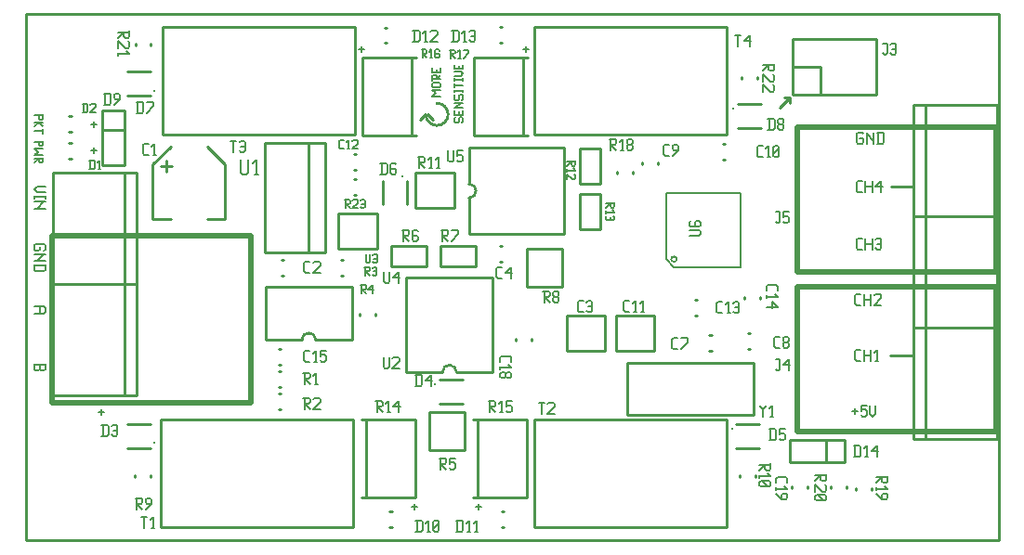
<source format=gbr>
G04 start of page 8 for group -4079 idx -4079 *
G04 Title: (unknown), topsilk *
G04 Creator: pcb 20140316 *
G04 CreationDate: Mon 18 May 2015 09:38:21 PM GMT UTC *
G04 For: ndholmes *
G04 Format: Gerber/RS-274X *
G04 PCB-Dimensions (mil): 3500.00 1900.00 *
G04 PCB-Coordinate-Origin: lower left *
%MOIN*%
%FSLAX25Y25*%
%LNTOPSILK*%
%ADD103C,0.0080*%
%ADD102C,0.0200*%
%ADD101C,0.0060*%
%ADD100C,0.0100*%
G54D100*X500Y189500D02*X349500D01*
X500Y500D02*X349500D01*
X500D02*Y189500D01*
X144000Y153500D02*X142000Y151500D01*
X144500Y153500D02*X146500Y151500D01*
X274500Y159500D02*X271000Y156000D01*
X274500Y159500D02*Y157500D01*
X272500Y159500D02*X274000D01*
X349500Y189500D02*Y500D01*
X311000Y127500D02*X319000D01*
X310500Y67000D02*X318500D01*
X144000Y153500D02*G75*G03X148000Y149500I4000J0D01*G01*
G75*G03X152000Y153500I0J4000D01*G01*
G75*G03X148000Y157500I-4000J0D01*G01*
G54D101*X139000Y12500D02*X141000D01*
X140000Y13500D02*Y11500D01*
X162000Y12500D02*X164000D01*
X163000Y13500D02*Y11500D01*
X299000Y125500D02*X300500D01*
X298500Y126000D02*X299000Y125500D01*
X298500Y129000D02*Y126000D01*
Y129000D02*X299000Y129500D01*
X300500D01*
X301700D02*Y125500D01*
X304200Y129500D02*Y125500D01*
X301700Y127500D02*X304200D01*
X305400D02*X307400Y129500D01*
X305400Y127500D02*X307900D01*
X307400Y129500D02*Y125500D01*
X299000Y105000D02*X300500D01*
X298500Y105500D02*X299000Y105000D01*
X298500Y108500D02*Y105500D01*
Y108500D02*X299000Y109000D01*
X300500D01*
X301700D02*Y105000D01*
X304200Y109000D02*Y105000D01*
X301700Y107000D02*X304200D01*
X305400Y108500D02*X305900Y109000D01*
X306900D01*
X307400Y108500D01*
Y105500D01*
X306900Y105000D02*X307400Y105500D01*
X305900Y105000D02*X306900D01*
X305400Y105500D02*X305900Y105000D01*
Y107000D02*X307400D01*
X298500Y85000D02*X300000D01*
X298000Y85500D02*X298500Y85000D01*
X298000Y88500D02*Y85500D01*
Y88500D02*X298500Y89000D01*
X300000D01*
X301200D02*Y85000D01*
X303700Y89000D02*Y85000D01*
X301200Y87000D02*X303700D01*
X304900Y88500D02*X305400Y89000D01*
X306900D01*
X307400Y88500D01*
Y87500D01*
X304900Y85000D02*X307400Y87500D01*
X304900Y85000D02*X307400D01*
X298500Y65000D02*X300000D01*
X298000Y65500D02*X298500Y65000D01*
X298000Y68500D02*Y65500D01*
Y68500D02*X298500Y69000D01*
X300000D01*
X301200D02*Y65000D01*
X303700Y69000D02*Y65000D01*
X301200Y67000D02*X303700D01*
X305400Y65000D02*X306400D01*
X305900Y69000D02*Y65000D01*
X304900Y68000D02*X305900Y69000D01*
X297000Y47000D02*X299000D01*
X298000Y48000D02*Y46000D01*
X300200Y49000D02*X302200D01*
X300200D02*Y47000D01*
X300700Y47500D01*
X301700D01*
X302200Y47000D01*
Y45500D01*
X301700Y45000D02*X302200Y45500D01*
X300700Y45000D02*X301700D01*
X300200Y45500D02*X300700Y45000D01*
X303400Y49000D02*Y46000D01*
X304400Y45000D01*
X305400Y46000D01*
Y49000D02*Y46000D01*
X300500Y147000D02*X301000Y146500D01*
X299000Y147000D02*X300500D01*
X298500Y146500D02*X299000Y147000D01*
X298500Y146500D02*Y143500D01*
X299000Y143000D01*
X300500D01*
X301000Y143500D01*
Y144500D02*Y143500D01*
X300500Y145000D02*X301000Y144500D01*
X299500Y145000D02*X300500D01*
X302200Y147000D02*Y143000D01*
Y147000D02*Y146500D01*
X304700Y144000D01*
Y147000D02*Y143000D01*
X306400Y147000D02*Y143000D01*
X307900Y147000D02*X308400Y146500D01*
Y143500D01*
X307900Y143000D02*X308400Y143500D01*
X305900Y143000D02*X307900D01*
X305900Y147000D02*X307900D01*
X4500Y127500D02*X7500D01*
X4500D02*X3500Y126500D01*
X4500Y125500D01*
X7500D01*
Y124300D02*Y123300D01*
X3500Y123800D02*X7500D01*
X3500Y124300D02*Y123300D01*
Y122100D02*X7500D01*
X7000D02*X7500D01*
X7000D02*X4500Y119600D01*
X3500D02*X7500D01*
X3700Y143620D02*X6740D01*
Y144000D02*Y142480D01*
X6360Y142100D01*
X5600D02*X6360D01*
X5220Y142480D02*X5600Y142100D01*
X5220Y143620D02*Y142480D01*
X3700Y141188D02*X6740D01*
X3700D02*X4840Y140048D01*
X3700Y138908D01*
X6740D01*
Y137996D02*Y136476D01*
X6360Y136096D01*
X5600D02*X6360D01*
X5220Y136476D02*X5600Y136096D01*
X5220Y137616D02*Y136476D01*
X3700Y137616D02*X6740D01*
X5220D02*X3700Y136096D01*
X3650Y153115D02*X6730D01*
Y153500D02*Y151960D01*
X6345Y151575D01*
X5575D02*X6345D01*
X5190Y151960D02*X5575Y151575D01*
X5190Y153115D02*Y151960D01*
X3650Y150651D02*X6730D01*
X5190D02*X6730Y149111D01*
X5190Y150651D02*X3650Y149111D01*
X6730Y148187D02*Y146647D01*
X3650Y147417D02*X6730D01*
X3500Y64000D02*Y62000D01*
X4000Y61500D01*
X5000D01*
X5500Y62000D02*X5000Y61500D01*
X5500Y63500D02*Y62000D01*
X3500Y63500D02*X7500D01*
Y64000D02*Y62000D01*
X7000Y61500D01*
X6000D02*X7000D01*
X5500Y62000D02*X6000Y61500D01*
X7500Y105000D02*X7000Y104500D01*
X7500Y106500D02*Y105000D01*
X7000Y107000D02*X7500Y106500D01*
X4000Y107000D02*X7000D01*
X4000D02*X3500Y106500D01*
Y105000D01*
X4000Y104500D01*
X5000D01*
X5500Y105000D02*X5000Y104500D01*
X5500Y106000D02*Y105000D01*
X3500Y103300D02*X7500D01*
X7000D02*X7500D01*
X7000D02*X4500Y100800D01*
X3500D02*X7500D01*
X3500Y99100D02*X7500D01*
Y97600D02*X7000Y97100D01*
X4000D02*X7000D01*
X3500Y97600D02*X4000Y97100D01*
X3500Y99600D02*Y97600D01*
X7500Y99600D02*Y97600D01*
X3500Y84500D02*X7000D01*
X7500Y84000D01*
Y82500D01*
X7000Y82000D01*
X3500D02*X7000D01*
X5500Y84500D02*Y82000D01*
X26500Y46500D02*X28500D01*
X27500Y47500D02*Y45500D01*
X24000Y140500D02*X26000D01*
X25000Y141500D02*Y139500D01*
X24000Y150000D02*X26000D01*
X25000Y151000D02*Y149000D01*
X120000Y177000D02*X122000D01*
X121000Y178000D02*Y176000D01*
X179000Y177000D02*X181000D01*
X180000Y178000D02*Y176000D01*
X146270Y160000D02*X149350D01*
X146270D02*X147425Y161155D01*
X146270Y162310D01*
X149350D01*
X146655Y163234D02*X148965D01*
X146655D02*X146270Y163619D01*
Y164389D02*Y163619D01*
Y164389D02*X146655Y164774D01*
X148965D01*
X149350Y164389D02*X148965Y164774D01*
X149350Y164389D02*Y163619D01*
X148965Y163234D02*X149350Y163619D01*
X146270Y167238D02*Y165698D01*
Y167238D02*X146655Y167623D01*
X147425D01*
X147810Y167238D02*X147425Y167623D01*
X147810Y167238D02*Y166083D01*
X146270D02*X149350D01*
X147810D02*X149350Y167623D01*
X147810Y169702D02*Y168547D01*
X149350Y170087D02*Y168547D01*
X146270D02*X149350D01*
X146270Y170087D02*Y168547D01*
X154270Y152040D02*X154655Y152425D01*
X154270Y152040D02*Y150885D01*
X154655Y150500D02*X154270Y150885D01*
X154655Y150500D02*X155425D01*
X155810Y150885D01*
Y152040D02*Y150885D01*
Y152040D02*X156195Y152425D01*
X156965D01*
X157350Y152040D02*X156965Y152425D01*
X157350Y152040D02*Y150885D01*
X156965Y150500D02*X157350Y150885D01*
X155810Y154504D02*Y153349D01*
X157350Y154889D02*Y153349D01*
X154270D02*X157350D01*
X154270Y154889D02*Y153349D01*
Y155813D02*X157350D01*
X154270D02*X154655D01*
X156580Y157738D01*
X154270D02*X157350D01*
X154270Y160202D02*X154655Y160587D01*
X154270Y160202D02*Y159047D01*
X154655Y158662D02*X154270Y159047D01*
X154655Y158662D02*X155425D01*
X155810Y159047D01*
Y160202D02*Y159047D01*
Y160202D02*X156195Y160587D01*
X156965D01*
X157350Y160202D02*X156965Y160587D01*
X157350Y160202D02*Y159047D01*
X156965Y158662D02*X157350Y159047D01*
X154270Y162281D02*Y161511D01*
Y161896D02*X157350D01*
Y162281D02*Y161511D01*
X154270Y164745D02*Y163205D01*
Y163975D02*X157350D01*
X154270Y166439D02*Y165669D01*
Y166054D02*X157350D01*
Y166439D02*Y165669D01*
X154270Y167363D02*X156580D01*
X157350Y168133D01*
X156580Y168903D01*
X154270D02*X156580D01*
X155810Y170982D02*Y169827D01*
X157350Y171367D02*Y169827D01*
X154270D02*X157350D01*
X154270Y171367D02*Y169827D01*
G54D102*X348500Y39500D02*X348520Y91500D01*
X277200D02*Y39500D01*
X348500D01*
X277200Y91500D02*X348500D01*
G54D100*X255273Y42400D02*X263673D01*
X255273Y33600D02*X263673D01*
X253873Y40560D03*
X259607Y74755D02*X260393D01*
X259607Y69245D02*X260393D01*
X348800Y77000D02*Y37000D01*
X318800Y77000D02*Y37000D01*
X323200Y77000D02*Y37000D01*
X318800D02*X348800D01*
X318800Y77000D02*X348800D01*
G54D102*X348500Y97000D02*X348520Y149000D01*
X277200D02*Y97000D01*
X348500D01*
X277200Y149000D02*X348500D01*
G54D100*X263755Y87893D02*Y87107D01*
X258245Y87893D02*Y87107D01*
X348800Y157000D02*Y117000D01*
X318800Y157000D02*Y117000D01*
X323200Y157000D02*Y117000D01*
X318800D02*X348800D01*
X318800Y157000D02*X348800D01*
X256745Y23893D02*Y23107D01*
X262255Y23893D02*Y23107D01*
X298245Y19393D02*Y18607D01*
X303755Y19393D02*Y18607D01*
X289245Y19893D02*Y19107D01*
X294755Y19893D02*Y19107D01*
X280755Y19893D02*Y19107D01*
X275245Y19893D02*Y19107D01*
X255800Y157400D02*X264200D01*
X255800Y148600D02*X264200D01*
X254400Y155560D03*
X274600Y36500D02*X294300D01*
X274600Y28500D02*X294300D01*
Y36500D02*Y28500D01*
X274600Y36500D02*Y28500D01*
X287500Y36500D02*Y28500D01*
X348800Y117000D02*Y77000D01*
X318800Y117000D02*Y77000D01*
X323200Y117000D02*Y77000D01*
X318800D02*X348800D01*
X318800Y117000D02*X348800D01*
X10200Y52500D02*X40200D01*
X10200Y92500D02*X40200D01*
X35800D02*Y52500D01*
X40200Y92500D02*Y52500D01*
X10200Y92500D02*Y52500D01*
X36800Y160100D02*X45200D01*
X36800Y168900D02*X45200D01*
X46600Y161940D03*
X16064Y152755D02*X16850D01*
X16064Y147245D02*X16850D01*
X45298Y178893D02*Y178107D01*
X39788Y178893D02*Y178107D01*
X121400Y146050D02*X140600D01*
X121400Y173950D02*X140600D01*
X121400D02*Y146050D01*
X139000Y173950D02*Y146050D01*
X118500Y184750D02*Y146250D01*
X49500Y184750D02*Y146250D01*
X118500D01*
X49500Y184750D02*X118500D01*
X10200Y92500D02*X40200D01*
X10200Y132500D02*X40200D01*
X35800D02*Y92500D01*
X40200Y132500D02*Y92500D01*
X10200Y132500D02*Y92500D01*
X28000Y154800D02*Y135100D01*
X36000Y154800D02*Y135100D01*
X28000Y154800D02*X36000D01*
X28000Y135100D02*X36000D01*
X28000Y148000D02*X36000D01*
X16064Y143255D02*X16850D01*
X16064Y137745D02*X16850D01*
X91150Y53255D02*X91936D01*
X91150Y47745D02*X91936D01*
X91107Y61255D02*X91893D01*
X91107Y55745D02*X91893D01*
X117500Y91500D02*Y72500D01*
X86500Y91500D02*X117500D01*
X86500D02*Y72500D01*
X104500D02*X117500D01*
X86500D02*X99500D01*
X104500D02*G75*G03X99500Y72500I-2500J0D01*G01*
X118107Y133745D02*X118893D01*
X118107Y139255D02*X118893D01*
X137400Y129700D02*Y121300D01*
X128600Y129700D02*Y121300D01*
X135560Y131100D03*
X118107Y130255D02*X118893D01*
X118107Y124745D02*X118893D01*
X112600Y118000D02*X126500D01*
X112600D02*Y105200D01*
X126500D01*
Y118000D02*Y105200D01*
X120245Y81893D02*Y81107D01*
X125755Y81893D02*Y81107D01*
X181755Y72936D02*Y72150D01*
X176245Y72936D02*Y72150D01*
X131064Y10755D02*X131850D01*
X131064Y5245D02*X131850D01*
X171150D02*X171936D01*
X171150Y10755D02*X171936D01*
X120900Y43950D02*X140100D01*
X120900Y16050D02*X140100D01*
Y43950D02*Y16050D01*
X122500Y43950D02*Y16050D01*
X113564Y95745D02*X114350D01*
X113564Y101255D02*X114350D01*
X92107Y95745D02*X92893D01*
X92107Y101255D02*X92893D01*
X91150Y63745D02*X91936D01*
X91150Y69255D02*X91936D01*
G54D102*X10000Y50000D02*X81300D01*
X10000Y110000D02*X81300D01*
Y50000D01*
X10000Y110000D02*X9980Y50000D01*
G54D100*X118000Y43750D02*Y5250D01*
X49000Y43750D02*Y5250D01*
X118000D01*
X49000Y43750D02*X118000D01*
X36800Y33600D02*X45200D01*
X36800Y42400D02*X45200D01*
X46600Y35440D03*
X39745Y23893D02*Y23107D01*
X45255Y23893D02*Y23107D01*
X275500Y160500D02*X305500D01*
Y180500D02*Y160500D01*
X275500Y180500D02*X305500D01*
X275500D02*Y160500D01*
X285500Y170500D02*Y160500D01*
X275500Y170500D02*X285500D01*
X129107Y179202D02*X129893D01*
X129107Y184712D02*X129893D01*
X262755Y166936D02*Y166150D01*
X257245Y166936D02*Y166150D01*
X160900Y43950D02*X180100D01*
X160900Y16050D02*X180100D01*
Y43950D02*Y16050D01*
X162500Y43950D02*Y16050D01*
X168000Y95000D02*Y61000D01*
X137000Y95000D02*X168000D01*
X137000D02*Y61000D01*
X155000D02*X168000D01*
X137000D02*X150000D01*
X155000D02*G75*G03X150000Y61000I-2500J0D01*G01*
X145397Y46740D02*X157995D01*
Y32960D01*
X145397D02*X157995D01*
X145397Y46740D02*Y32960D01*
X148800Y58400D02*X157200D01*
X148800Y49600D02*X157200D01*
X147400Y56560D03*
X170607Y184755D02*X171393D01*
X170607Y179245D02*X171393D01*
X183000Y184750D02*Y146250D01*
X252000Y184750D02*Y146250D01*
X183000Y184750D02*X252000D01*
X183000Y146250D02*X252000D01*
X206741Y124799D02*Y112201D01*
X199259D02*X206741D01*
X199259Y124799D02*Y112201D01*
Y124799D02*X206741D01*
Y141299D02*Y128701D01*
X199259D02*X206741D01*
X199259Y141299D02*Y128701D01*
Y141299D02*X206741D01*
G54D103*X230121Y125379D02*Y101521D01*
Y125379D02*X256879D01*
Y98621D01*
X233021D02*X256879D01*
X233021D02*X230121Y101521D01*
X233021Y100521D02*G75*G03X233021Y100521I0J1000D01*G01*
G54D100*X250607Y142755D02*X251393D01*
X250607Y137245D02*X251393D01*
X221745Y136393D02*Y135607D01*
X227255Y136393D02*Y135607D01*
X240607Y86755D02*X241393D01*
X240607Y81245D02*X241393D01*
X183000Y43750D02*Y5250D01*
X252000Y43750D02*Y5250D01*
X183000Y43750D02*X252000D01*
X183000Y5250D02*X252000D01*
X245650Y68745D02*X246436D01*
X245650Y74255D02*X246436D01*
X212110Y81299D02*Y68701D01*
Y81299D02*X225890D01*
Y68701D01*
X212110D02*X225890D01*
X216362Y64350D02*X261638D01*
Y45650D01*
X216362D01*
Y64350D01*
X161400Y146050D02*X180600D01*
X161400Y173950D02*X180600D01*
X161400D02*Y146050D01*
X179000Y173950D02*Y146050D01*
X86157Y143185D02*Y103815D01*
X107811Y143185D02*Y103815D01*
X101905Y143185D02*Y103815D01*
X86157D02*X107811D01*
X86157Y143185D02*X107811D01*
X46008Y116008D02*X52504D01*
X65496D02*X71992D01*
Y135496D02*Y116008D01*
X46008Y135496D02*Y116008D01*
X71992Y135496D02*X65496Y141992D01*
X46008Y135496D02*X52504Y141992D01*
X49000Y135000D02*X53000D01*
X51000Y137000D02*Y133000D01*
X194610Y81299D02*Y68701D01*
Y81299D02*X208390D01*
Y68701D01*
X194610D02*X208390D01*
X159500Y110500D02*X193500D01*
Y141500D02*Y110500D01*
X159500Y141500D02*X193500D01*
X159500Y123500D02*Y110500D01*
Y141500D02*Y128500D01*
Y123500D02*G75*G03X159500Y128500I0J2500D01*G01*
X218255Y132893D02*Y132107D01*
X212745Y132893D02*Y132107D01*
X140386Y132451D02*Y119853D01*
Y132451D02*X154166D01*
Y119853D01*
X140386D02*X154166D01*
X180201Y105390D02*X192799D01*
Y91610D01*
X180201D02*X192799D01*
X180201Y105390D02*Y91610D01*
X131701Y106241D02*X144299D01*
Y98759D01*
X131701D02*X144299D01*
X131701Y106241D02*Y98759D01*
X149201Y106241D02*X161799D01*
Y98759D01*
X149201D01*
Y106241D01*
X170607Y100745D02*X171393D01*
X170607Y106255D02*X171393D01*
G54D101*X308000Y179000D02*X309500D01*
Y175500D01*
X309000Y175000D02*X309500Y175500D01*
X308500Y175000D02*X309000D01*
X308000Y175500D02*X308500Y175000D01*
X310700Y178500D02*X311200Y179000D01*
X312200D01*
X312700Y178500D01*
Y175500D01*
X312200Y175000D02*X312700Y175500D01*
X311200Y175000D02*X312200D01*
X310700Y175500D02*X311200Y175000D01*
Y177000D02*X312700D01*
X139807Y183693D02*Y179693D01*
X141307Y183693D02*X141807Y183193D01*
Y180193D01*
X141307Y179693D02*X141807Y180193D01*
X139307Y179693D02*X141307D01*
X139307Y183693D02*X141307D01*
X143507Y179693D02*X144507D01*
X144007Y183693D02*Y179693D01*
X143007Y182693D02*X144007Y183693D01*
X145707Y183193D02*X146207Y183693D01*
X147707D01*
X148207Y183193D01*
Y182193D01*
X145707Y179693D02*X148207Y182193D01*
X145707Y179693D02*X148207D01*
X153764Y183650D02*Y179650D01*
X155264Y183650D02*X155764Y183150D01*
Y180150D01*
X155264Y179650D02*X155764Y180150D01*
X153264Y179650D02*X155264D01*
X153264Y183650D02*X155264D01*
X157464Y179650D02*X158464D01*
X157964Y183650D02*Y179650D01*
X156964Y182650D02*X157964Y183650D01*
X159664Y183150D02*X160164Y183650D01*
X161164D01*
X161664Y183150D01*
Y180150D01*
X161164Y179650D02*X161664Y180150D01*
X160164Y179650D02*X161164D01*
X159664Y180150D02*X160164Y179650D01*
Y181650D02*X161664D01*
X255000Y182000D02*X257000D01*
X256000D02*Y178000D01*
X258200Y180000D02*X260200Y182000D01*
X258200Y180000D02*X260700D01*
X260200Y182000D02*Y178000D01*
X142500Y176750D02*X144000D01*
X144375Y176375D01*
Y175625D01*
X144000Y175250D02*X144375Y175625D01*
X142875Y175250D02*X144000D01*
X142875Y176750D02*Y173750D01*
Y175250D02*X144375Y173750D01*
X145650D02*X146400D01*
X146025Y176750D02*Y173750D01*
X145275Y176000D02*X146025Y176750D01*
X148425D02*X148800Y176375D01*
X147675Y176750D02*X148425D01*
X147300Y176375D02*X147675Y176750D01*
X147300Y176375D02*Y174125D01*
X147675Y173750D01*
X148425Y175250D02*X148800Y174875D01*
X147300Y175250D02*X148425D01*
X147675Y173750D02*X148425D01*
X148800Y174125D01*
Y174875D02*Y174125D01*
X152500Y176730D02*X154040D01*
X154425Y176345D01*
Y175575D01*
X154040Y175190D02*X154425Y175575D01*
X152885Y175190D02*X154040D01*
X152885Y176730D02*Y173650D01*
Y175190D02*X154425Y173650D01*
X155734D02*X156504D01*
X156119Y176730D02*Y173650D01*
X155349Y175960D02*X156119Y176730D01*
X157428Y173650D02*X159353Y175575D01*
Y176730D02*Y175575D01*
X157428Y176730D02*X159353D01*
X149500Y112000D02*X151500D01*
X152000Y111500D01*
Y110500D01*
X151500Y110000D02*X152000Y110500D01*
X150000Y110000D02*X151500D01*
X150000Y112000D02*Y108000D01*
Y110000D02*X152000Y108000D01*
X153200D02*X155700Y110500D01*
Y112000D02*Y110500D01*
X153200Y112000D02*X155700D01*
X169807Y94650D02*X171307D01*
X169307Y95150D02*X169807Y94650D01*
X169307Y98150D02*Y95150D01*
Y98150D02*X169807Y98650D01*
X171307D01*
X172507Y96650D02*X174507Y98650D01*
X172507Y96650D02*X175007D01*
X174507Y98650D02*Y94650D01*
X211730Y122000D02*Y120460D01*
X211345Y120075D01*
X210575D02*X211345D01*
X210190Y120460D02*X210575Y120075D01*
X210190Y121615D02*Y120460D01*
X208650Y121615D02*X211730D01*
X210190D02*X208650Y120075D01*
Y118766D02*Y117996D01*
Y118381D02*X211730D01*
X210960Y119151D02*X211730Y118381D01*
X211345Y117072D02*X211730Y116687D01*
Y115917D01*
X211345Y115532D01*
X209035D02*X211345D01*
X208650Y115917D02*X209035Y115532D01*
X208650Y116687D02*Y115917D01*
X209035Y117072D02*X208650Y116687D01*
X210190D02*Y115532D01*
X197730Y137000D02*Y135460D01*
X197345Y135075D01*
X196575D02*X197345D01*
X196190Y135460D02*X196575Y135075D01*
X196190Y136615D02*Y135460D01*
X194650Y136615D02*X197730D01*
X196190D02*X194650Y135075D01*
Y133766D02*Y132996D01*
Y133381D02*X197730D01*
X196960Y134151D02*X197730Y133381D01*
X197345Y132072D02*X197730Y131687D01*
Y130532D01*
X197345Y130147D01*
X196575D02*X197345D01*
X194650Y132072D02*X196575Y130147D01*
X194650Y132072D02*Y130147D01*
X199000Y82500D02*X200500D01*
X198500Y83000D02*X199000Y82500D01*
X198500Y86000D02*Y83000D01*
Y86000D02*X199000Y86500D01*
X200500D01*
X201700Y86000D02*X202200Y86500D01*
X203200D01*
X203700Y86000D01*
Y83000D01*
X203200Y82500D02*X203700Y83000D01*
X202200Y82500D02*X203200D01*
X201700Y83000D02*X202200Y82500D01*
Y84500D02*X203700D01*
X238500Y110000D02*X242000D01*
X242500Y110500D01*
Y111500D02*Y110500D01*
Y111500D02*X242000Y112000D01*
X238500D02*X242000D01*
X238500Y114700D02*X239000Y115200D01*
X238500Y114700D02*Y113700D01*
X239000Y113200D02*X238500Y113700D01*
X239000Y113200D02*X242000D01*
X242500Y113700D01*
X240500Y114700D02*X241000Y115200D01*
X240500Y114700D02*Y113200D01*
X242500Y114700D02*Y113700D01*
Y114700D02*X242000Y115200D01*
X241000D02*X242000D01*
X229850Y138650D02*X231350D01*
X229350Y139150D02*X229850Y138650D01*
X229350Y142150D02*Y139150D01*
Y142150D02*X229850Y142650D01*
X231350D01*
X232550Y138650D02*X234550Y140650D01*
Y142150D02*Y140650D01*
X234050Y142650D02*X234550Y142150D01*
X233050Y142650D02*X234050D01*
X232550Y142150D02*X233050Y142650D01*
X232550Y142150D02*Y141150D01*
X233050Y140650D01*
X234550D01*
X29000Y161000D02*Y157000D01*
X30500Y161000D02*X31000Y160500D01*
Y157500D01*
X30500Y157000D02*X31000Y157500D01*
X28500Y157000D02*X30500D01*
X28500Y161000D02*X30500D01*
X32200Y157000D02*X34200Y159000D01*
Y160500D02*Y159000D01*
X33700Y161000D02*X34200Y160500D01*
X32700Y161000D02*X33700D01*
X32200Y160500D02*X32700Y161000D01*
X32200Y160500D02*Y159500D01*
X32700Y159000D01*
X34200D01*
X23687Y136890D02*Y133850D01*
X24827Y136890D02*X25207Y136510D01*
Y134230D01*
X24827Y133850D02*X25207Y134230D01*
X23307Y133850D02*X24827D01*
X23307Y136890D02*X24827D01*
X26499Y133850D02*X27259D01*
X26879Y136890D02*Y133850D01*
X26119Y136130D02*X26879Y136890D01*
X21144Y157390D02*Y154350D01*
X22284Y157390D02*X22664Y157010D01*
Y154730D01*
X22284Y154350D02*X22664Y154730D01*
X20764Y154350D02*X22284D01*
X20764Y157390D02*X22284D01*
X23576Y157010D02*X23956Y157390D01*
X25096D01*
X25476Y157010D01*
Y156250D01*
X23576Y154350D02*X25476Y156250D01*
X23576Y154350D02*X25476D01*
X37650Y183564D02*Y181564D01*
X37150Y181064D01*
X36150D02*X37150D01*
X35650Y181564D02*X36150Y181064D01*
X35650Y183064D02*Y181564D01*
X33650Y183064D02*X37650D01*
X35650D02*X33650Y181064D01*
X37150Y179864D02*X37650Y179364D01*
Y177864D01*
X37150Y177364D01*
X36150D02*X37150D01*
X33650Y179864D02*X36150Y177364D01*
X33650Y179864D02*Y177364D01*
Y175664D02*Y174664D01*
Y175164D02*X37650D01*
X36650Y176164D02*X37650Y175164D01*
X77658Y137355D02*Y132700D01*
X78323Y132035D01*
X79653D01*
X80318Y132700D01*
Y137355D02*Y132700D01*
X82579Y132035D02*X83909D01*
X83244Y137355D02*Y132035D01*
X81914Y136025D02*X83244Y137355D01*
X43000Y139000D02*X44500D01*
X42500Y139500D02*X43000Y139000D01*
X42500Y142500D02*Y139500D01*
Y142500D02*X43000Y143000D01*
X44500D01*
X46200Y139000D02*X47200D01*
X46700Y143000D02*Y139000D01*
X45700Y142000D02*X46700Y143000D01*
X40600Y157950D02*Y153950D01*
X42100Y157950D02*X42600Y157450D01*
Y154450D01*
X42100Y153950D02*X42600Y154450D01*
X40100Y153950D02*X42100D01*
X40100Y157950D02*X42100D01*
X43800Y153950D02*X46300Y156450D01*
Y157950D02*Y156450D01*
X43800Y157950D02*X46300D01*
X74000Y144000D02*X76000D01*
X75000D02*Y140000D01*
X77200Y143500D02*X77700Y144000D01*
X78700D01*
X79200Y143500D01*
Y140500D01*
X78700Y140000D02*X79200Y140500D01*
X77700Y140000D02*X78700D01*
X77200Y140500D02*X77700Y140000D01*
Y142000D02*X79200D01*
X42000Y9000D02*X44000D01*
X43000D02*Y5000D01*
X45700D02*X46700D01*
X46200Y9000D02*Y5000D01*
X45200Y8000D02*X46200Y9000D01*
X39807Y15650D02*X41807D01*
X42307Y15150D01*
Y14150D01*
X41807Y13650D02*X42307Y14150D01*
X40307Y13650D02*X41807D01*
X40307Y15650D02*Y11650D01*
Y13650D02*X42307Y11650D01*
X43507D02*X45507Y13650D01*
Y15150D02*Y13650D01*
X45007Y15650D02*X45507Y15150D01*
X44007Y15650D02*X45007D01*
X43507Y15150D02*X44007Y15650D01*
X43507Y15150D02*Y14150D01*
X44007Y13650D01*
X45507D01*
X28100Y41950D02*Y37950D01*
X29600Y41950D02*X30100Y41450D01*
Y38450D01*
X29600Y37950D02*X30100Y38450D01*
X27600Y37950D02*X29600D01*
X27600Y41950D02*X29600D01*
X31300Y41450D02*X31800Y41950D01*
X32800D01*
X33300Y41450D01*
Y38450D01*
X32800Y37950D02*X33300Y38450D01*
X31800Y37950D02*X32800D01*
X31300Y38450D02*X31800Y37950D01*
Y39950D02*X33300D01*
X120543Y92230D02*X122083D01*
X122468Y91845D01*
Y91075D01*
X122083Y90690D02*X122468Y91075D01*
X120928Y90690D02*X122083D01*
X120928Y92230D02*Y89150D01*
Y90690D02*X122468Y89150D01*
X123392Y90690D02*X124932Y92230D01*
X123392Y90690D02*X125317D01*
X124932Y92230D02*Y89150D01*
X186000Y90010D02*X187980D01*
X188475Y89515D01*
Y88525D01*
X187980Y88030D02*X188475Y88525D01*
X186495Y88030D02*X187980D01*
X186495Y90010D02*Y86050D01*
Y88030D02*X188475Y86050D01*
X189663Y86545D02*X190158Y86050D01*
X189663Y87535D02*Y86545D01*
Y87535D02*X190158Y88030D01*
X191148D01*
X191643Y87535D01*
Y86545D01*
X191148Y86050D02*X191643Y86545D01*
X190158Y86050D02*X191148D01*
X189663Y88525D02*X190158Y88030D01*
X189663Y89515D02*Y88525D01*
Y89515D02*X190158Y90010D01*
X191148D01*
X191643Y89515D01*
Y88525D01*
X191148Y88030D02*X191643Y88525D01*
X100902Y96650D02*X102402D01*
X100402Y97150D02*X100902Y96650D01*
X100402Y100150D02*Y97150D01*
Y100150D02*X100902Y100650D01*
X102402D01*
X103602Y100150D02*X104102Y100650D01*
X105602D01*
X106102Y100150D01*
Y99150D01*
X103602Y96650D02*X106102Y99150D01*
X103602Y96650D02*X106102D01*
X100764Y64650D02*X102264D01*
X100264Y65150D02*X100764Y64650D01*
X100264Y68150D02*Y65150D01*
Y68150D02*X100764Y68650D01*
X102264D01*
X103964Y64650D02*X104964D01*
X104464Y68650D02*Y64650D01*
X103464Y67650D02*X104464Y68650D01*
X106164D02*X108164D01*
X106164D02*Y66650D01*
X106664Y67150D01*
X107664D01*
X108164Y66650D01*
Y65150D01*
X107664Y64650D02*X108164Y65150D01*
X106664Y64650D02*X107664D01*
X106164Y65150D02*X106664Y64650D01*
X170650Y66236D02*Y64736D01*
X171150Y66736D02*X170650Y66236D01*
X171150Y66736D02*X174150D01*
X174650Y66236D01*
Y64736D01*
X170650Y63036D02*Y62036D01*
Y62536D02*X174650D01*
X173650Y63536D02*X174650Y62536D01*
X171150Y60836D02*X170650Y60336D01*
X171150Y60836D02*X172150D01*
X172650Y60336D01*
Y59336D01*
X172150Y58836D01*
X171150D02*X172150D01*
X170650Y59336D02*X171150Y58836D01*
X170650Y60336D02*Y59336D01*
X173150Y60836D02*X172650Y60336D01*
X173150Y60836D02*X174150D01*
X174650Y60336D01*
Y59336D01*
X174150Y58836D01*
X173150D02*X174150D01*
X172650Y59336D02*X173150Y58836D01*
X140764Y7650D02*Y3650D01*
X142264Y7650D02*X142764Y7150D01*
Y4150D01*
X142264Y3650D02*X142764Y4150D01*
X140264Y3650D02*X142264D01*
X140264Y7650D02*X142264D01*
X144464Y3650D02*X145464D01*
X144964Y7650D02*Y3650D01*
X143964Y6650D02*X144964Y7650D01*
X146664Y4150D02*X147164Y3650D01*
X146664Y7150D02*Y4150D01*
Y7150D02*X147164Y7650D01*
X148164D01*
X148664Y7150D01*
Y4150D01*
X148164Y3650D02*X148664Y4150D01*
X147164Y3650D02*X148164D01*
X146664Y4650D02*X148664Y6650D01*
X155264Y7650D02*Y3650D01*
X156764Y7650D02*X157264Y7150D01*
Y4150D01*
X156764Y3650D02*X157264Y4150D01*
X154764Y3650D02*X156764D01*
X154764Y7650D02*X156764D01*
X158964Y3650D02*X159964D01*
X159464Y7650D02*Y3650D01*
X158464Y6650D02*X159464Y7650D01*
X161664Y3650D02*X162664D01*
X162164Y7650D02*Y3650D01*
X161164Y6650D02*X162164Y7650D01*
X126000Y50500D02*X128000D01*
X128500Y50000D01*
Y49000D01*
X128000Y48500D02*X128500Y49000D01*
X126500Y48500D02*X128000D01*
X126500Y50500D02*Y46500D01*
Y48500D02*X128500Y46500D01*
X130200D02*X131200D01*
X130700Y50500D02*Y46500D01*
X129700Y49500D02*X130700Y50500D01*
X132400Y48500D02*X134400Y50500D01*
X132400Y48500D02*X134900D01*
X134400Y50500D02*Y46500D01*
X128750Y66250D02*Y62750D01*
X129250Y62250D01*
X130250D01*
X130750Y62750D01*
Y66250D02*Y62750D01*
X131950Y65750D02*X132450Y66250D01*
X133950D01*
X134450Y65750D01*
Y64750D01*
X131950Y62250D02*X134450Y64750D01*
X131950Y62250D02*X134450D01*
X99945Y51650D02*X101945D01*
X102445Y51150D01*
Y50150D01*
X101945Y49650D02*X102445Y50150D01*
X100445Y49650D02*X101945D01*
X100445Y51650D02*Y47650D01*
Y49650D02*X102445Y47650D01*
X103645Y51150D02*X104145Y51650D01*
X105645D01*
X106145Y51150D01*
Y50150D01*
X103645Y47650D02*X106145Y50150D01*
X103645Y47650D02*X106145D01*
X99936Y60650D02*X101936D01*
X102436Y60150D01*
Y59150D01*
X101936Y58650D02*X102436Y59150D01*
X100436Y58650D02*X101936D01*
X100436Y60650D02*Y56650D01*
Y58650D02*X102436Y56650D01*
X104136D02*X105136D01*
X104636Y60650D02*Y56650D01*
X103636Y59650D02*X104636Y60650D01*
X269500Y65500D02*X271000D01*
Y62000D01*
X270500Y61500D02*X271000Y62000D01*
X270000Y61500D02*X270500D01*
X269500Y62000D02*X270000Y61500D01*
X272200Y63500D02*X274200Y65500D01*
X272200Y63500D02*X274700D01*
X274200Y65500D02*Y61500D01*
X269436Y69650D02*X270936D01*
X268936Y70150D02*X269436Y69650D01*
X268936Y73150D02*Y70150D01*
Y73150D02*X269436Y73650D01*
X270936D01*
X272136Y70150D02*X272636Y69650D01*
X272136Y71150D02*Y70150D01*
Y71150D02*X272636Y71650D01*
X273636D01*
X274136Y71150D01*
Y70150D01*
X273636Y69650D02*X274136Y70150D01*
X272636Y69650D02*X273636D01*
X272136Y72150D02*X272636Y71650D01*
X272136Y73150D02*Y72150D01*
Y73150D02*X272636Y73650D01*
X273636D01*
X274136Y73150D01*
Y72150D01*
X273636Y71650D02*X274136Y72150D01*
X184500Y50000D02*X186500D01*
X185500D02*Y46000D01*
X187700Y49500D02*X188200Y50000D01*
X189700D01*
X190200Y49500D01*
Y48500D01*
X187700Y46000D02*X190200Y48500D01*
X187700Y46000D02*X190200D01*
X166500Y50500D02*X168500D01*
X169000Y50000D01*
Y49000D01*
X168500Y48500D02*X169000Y49000D01*
X167000Y48500D02*X168500D01*
X167000Y50500D02*Y46500D01*
Y48500D02*X169000Y46500D01*
X170700D02*X171700D01*
X171200Y50500D02*Y46500D01*
X170200Y49500D02*X171200Y50500D01*
X172900D02*X174900D01*
X172900D02*Y48500D01*
X173400Y49000D01*
X174400D01*
X174900Y48500D01*
Y47000D01*
X174400Y46500D02*X174900Y47000D01*
X173400Y46500D02*X174400D01*
X172900Y47000D02*X173400Y46500D01*
X148848Y30074D02*X150848D01*
X151348Y29574D01*
Y28574D01*
X150848Y28074D02*X151348Y28574D01*
X149348Y28074D02*X150848D01*
X149348Y30074D02*Y26074D01*
Y28074D02*X151348Y26074D01*
X152548Y30074D02*X154548D01*
X152548D02*Y28074D01*
X153048Y28574D01*
X154048D01*
X154548Y28074D01*
Y26574D01*
X154048Y26074D02*X154548Y26574D01*
X153048Y26074D02*X154048D01*
X152548Y26574D02*X153048Y26074D01*
X140600Y59950D02*Y55950D01*
X142100Y59950D02*X142600Y59450D01*
Y56450D01*
X142100Y55950D02*X142600Y56450D01*
X140100Y55950D02*X142100D01*
X140100Y59950D02*X142100D01*
X143800Y57950D02*X145800Y59950D01*
X143800Y57950D02*X146300D01*
X145800Y59950D02*Y55950D01*
X309650Y23693D02*Y21693D01*
X309150Y21193D01*
X308150D02*X309150D01*
X307650Y21693D02*X308150Y21193D01*
X307650Y23193D02*Y21693D01*
X305650Y23193D02*X309650D01*
X307650D02*X305650Y21193D01*
Y19493D02*Y18493D01*
Y18993D02*X309650D01*
X308650Y19993D02*X309650Y18993D01*
X305650Y17293D02*X307650Y15293D01*
X309150D01*
X309650Y15793D02*X309150Y15293D01*
X309650Y16793D02*Y15793D01*
X309150Y17293D02*X309650Y16793D01*
X308150Y17293D02*X309150D01*
X308150D02*X307650Y16793D01*
Y15293D01*
X264000Y49000D02*Y48500D01*
X265000Y47500D01*
X266000Y48500D01*
Y49000D02*Y48500D01*
X265000Y47500D02*Y45000D01*
X267700D02*X268700D01*
X268200Y49000D02*Y45000D01*
X267200Y48000D02*X268200Y49000D01*
X267600Y40423D02*Y36423D01*
X269100Y40423D02*X269600Y39923D01*
Y36923D01*
X269100Y36423D02*X269600Y36923D01*
X267100Y36423D02*X269100D01*
X267100Y40423D02*X269100D01*
X270800D02*X272800D01*
X270800D02*Y38423D01*
X271300Y38923D01*
X272300D01*
X272800Y38423D01*
Y36923D01*
X272300Y36423D02*X272800Y36923D01*
X271300Y36423D02*X272300D01*
X270800Y36923D02*X271300Y36423D01*
X267650Y28193D02*Y26193D01*
X267150Y25693D01*
X266150D02*X267150D01*
X265650Y26193D02*X266150Y25693D01*
X265650Y27693D02*Y26193D01*
X263650Y27693D02*X267650D01*
X265650D02*X263650Y25693D01*
Y23993D02*Y22993D01*
Y23493D02*X267650D01*
X266650Y24493D02*X267650Y23493D01*
X264150Y21793D02*X263650Y21293D01*
X264150Y21793D02*X267150D01*
X267650Y21293D01*
Y20293D01*
X267150Y19793D01*
X264150D02*X267150D01*
X263650Y20293D02*X264150Y19793D01*
X263650Y21293D02*Y20293D01*
X264650Y21793D02*X266650Y19793D01*
X287650Y24279D02*Y22279D01*
X287150Y21779D01*
X286150D02*X287150D01*
X285650Y22279D02*X286150Y21779D01*
X285650Y23779D02*Y22279D01*
X283650Y23779D02*X287650D01*
X285650D02*X283650Y21779D01*
X287150Y20579D02*X287650Y20079D01*
Y18579D01*
X287150Y18079D01*
X286150D02*X287150D01*
X283650Y20579D02*X286150Y18079D01*
X283650Y20579D02*Y18079D01*
X284150Y16879D02*X283650Y16379D01*
X284150Y16879D02*X287150D01*
X287650Y16379D01*
Y15379D01*
X287150Y14879D01*
X284150D02*X287150D01*
X283650Y15379D02*X284150Y14879D01*
X283650Y16379D02*Y15379D01*
X284650Y16879D02*X286650Y14879D01*
X298000Y34500D02*Y30500D01*
X299500Y34500D02*X300000Y34000D01*
Y31000D01*
X299500Y30500D02*X300000Y31000D01*
X297500Y30500D02*X299500D01*
X297500Y34500D02*X299500D01*
X301700Y30500D02*X302700D01*
X302200Y34500D02*Y30500D01*
X301200Y33500D02*X302200Y34500D01*
X303900Y32500D02*X305900Y34500D01*
X303900Y32500D02*X306400D01*
X305900Y34500D02*Y30500D01*
X269650Y22650D02*Y21150D01*
X270150Y23150D02*X269650Y22650D01*
X270150Y23150D02*X273150D01*
X273650Y22650D01*
Y21150D01*
X269650Y19450D02*Y18450D01*
Y18950D02*X273650D01*
X272650Y19950D02*X273650Y18950D01*
X269650Y17250D02*X271650Y15250D01*
X273150D01*
X273650Y15750D02*X273150Y15250D01*
X273650Y16750D02*Y15750D01*
X273150Y17250D02*X273650Y16750D01*
X272150Y17250D02*X273150D01*
X272150D02*X271650Y16750D01*
Y15250D01*
X152000Y140500D02*Y137000D01*
X152500Y136500D01*
X153500D01*
X154000Y137000D01*
Y140500D02*Y137000D01*
X155200Y140500D02*X157200D01*
X155200D02*Y138500D01*
X155700Y139000D01*
X156700D01*
X157200Y138500D01*
Y137000D01*
X156700Y136500D02*X157200Y137000D01*
X155700Y136500D02*X156700D01*
X155200Y137000D02*X155700Y136500D01*
X141152Y138224D02*X143152D01*
X143652Y137724D01*
Y136724D01*
X143152Y136224D02*X143652Y136724D01*
X141652Y136224D02*X143152D01*
X141652Y138224D02*Y134224D01*
Y136224D02*X143652Y134224D01*
X145352D02*X146352D01*
X145852Y138224D02*Y134224D01*
X144852Y137224D02*X145852Y138224D01*
X148052Y134224D02*X149052D01*
X148552Y138224D02*Y134224D01*
X147552Y137224D02*X148552Y138224D01*
X209807Y144650D02*X211807D01*
X212307Y144150D01*
Y143150D01*
X211807Y142650D02*X212307Y143150D01*
X210307Y142650D02*X211807D01*
X210307Y144650D02*Y140650D01*
Y142650D02*X212307Y140650D01*
X214007D02*X215007D01*
X214507Y144650D02*Y140650D01*
X213507Y143650D02*X214507Y144650D01*
X216207Y141150D02*X216707Y140650D01*
X216207Y142150D02*Y141150D01*
Y142150D02*X216707Y142650D01*
X217707D01*
X218207Y142150D01*
Y141150D01*
X217707Y140650D02*X218207Y141150D01*
X216707Y140650D02*X217707D01*
X216207Y143150D02*X216707Y142650D01*
X216207Y144150D02*Y143150D01*
Y144150D02*X216707Y144650D01*
X217707D01*
X218207Y144150D01*
Y143150D01*
X217707Y142650D02*X218207Y143150D01*
X113385Y141150D02*X114540D01*
X113000Y141535D02*X113385Y141150D01*
X113000Y143845D02*Y141535D01*
Y143845D02*X113385Y144230D01*
X114540D01*
X115849Y141150D02*X116619D01*
X116234Y144230D02*Y141150D01*
X115464Y143460D02*X116234Y144230D01*
X117543Y143845D02*X117928Y144230D01*
X119083D01*
X119468Y143845D01*
Y143075D01*
X117543Y141150D02*X119468Y143075D01*
X117543Y141150D02*X119468D01*
X128100Y135950D02*Y131950D01*
X129600Y135950D02*X130100Y135450D01*
Y132450D01*
X129600Y131950D02*X130100Y132450D01*
X127600Y131950D02*X129600D01*
X127600Y135950D02*X129600D01*
X132800D02*X133300Y135450D01*
X131800Y135950D02*X132800D01*
X131300Y135450D02*X131800Y135950D01*
X131300Y135450D02*Y132450D01*
X131800Y131950D01*
X132800Y133950D02*X133300Y133450D01*
X131300Y133950D02*X132800D01*
X131800Y131950D02*X132800D01*
X133300Y132450D01*
Y133450D02*Y132450D01*
X121914Y98730D02*X123454D01*
X123839Y98345D01*
Y97575D01*
X123454Y97190D02*X123839Y97575D01*
X122299Y97190D02*X123454D01*
X122299Y98730D02*Y95650D01*
Y97190D02*X123839Y95650D01*
X124763Y98345D02*X125148Y98730D01*
X125918D01*
X126303Y98345D01*
Y96035D01*
X125918Y95650D02*X126303Y96035D01*
X125148Y95650D02*X125918D01*
X124763Y96035D02*X125148Y95650D01*
Y97190D02*X126303D01*
X129000Y97000D02*Y93500D01*
X129500Y93000D01*
X130500D01*
X131000Y93500D01*
Y97000D02*Y93500D01*
X132200Y95000D02*X134200Y97000D01*
X132200Y95000D02*X134700D01*
X134200Y97000D02*Y93000D01*
X135500Y112000D02*X137500D01*
X138000Y111500D01*
Y110500D01*
X137500Y110000D02*X138000Y110500D01*
X136000Y110000D02*X137500D01*
X136000Y112000D02*Y108000D01*
Y110000D02*X138000Y108000D01*
X140700Y112000D02*X141200Y111500D01*
X139700Y112000D02*X140700D01*
X139200Y111500D02*X139700Y112000D01*
X139200Y111500D02*Y108500D01*
X139700Y108000D01*
X140700Y110000D02*X141200Y109500D01*
X139200Y110000D02*X140700D01*
X139700Y108000D02*X140700D01*
X141200Y108500D01*
Y109500D02*Y108500D01*
X114850Y122880D02*X116390D01*
X116775Y122495D01*
Y121725D01*
X116390Y121340D02*X116775Y121725D01*
X115235Y121340D02*X116390D01*
X115235Y122880D02*Y119800D01*
Y121340D02*X116775Y119800D01*
X117699Y122495D02*X118084Y122880D01*
X119239D01*
X119624Y122495D01*
Y121725D01*
X117699Y119800D02*X119624Y121725D01*
X117699Y119800D02*X119624D01*
X120548Y122495D02*X120933Y122880D01*
X121703D01*
X122088Y122495D01*
Y120185D01*
X121703Y119800D02*X122088Y120185D01*
X120933Y119800D02*X121703D01*
X120548Y120185D02*X120933Y119800D01*
Y121340D02*X122088D01*
X122500Y103230D02*Y100535D01*
X122885Y100150D01*
X123655D01*
X124040Y100535D01*
Y103230D02*Y100535D01*
X124964Y102845D02*X125349Y103230D01*
X126119D01*
X126504Y102845D01*
Y100535D01*
X126119Y100150D02*X126504Y100535D01*
X125349Y100150D02*X126119D01*
X124964Y100535D02*X125349Y100150D01*
Y101690D02*X126504D01*
X269064Y171607D02*Y169607D01*
X268564Y169107D01*
X267564D02*X268564D01*
X267064Y169607D02*X267564Y169107D01*
X267064Y171107D02*Y169607D01*
X265064Y171107D02*X269064D01*
X267064D02*X265064Y169107D01*
X268564Y167907D02*X269064Y167407D01*
Y165907D01*
X268564Y165407D01*
X267564D02*X268564D01*
X265064Y167907D02*X267564Y165407D01*
X265064Y167907D02*Y165407D01*
X268564Y164207D02*X269064Y163707D01*
Y162207D01*
X268564Y161707D01*
X267564D02*X268564D01*
X265064Y164207D02*X267564Y161707D01*
X265064Y164207D02*Y161707D01*
X267100Y151950D02*Y147950D01*
X268600Y151950D02*X269100Y151450D01*
Y148450D01*
X268600Y147950D02*X269100Y148450D01*
X266600Y147950D02*X268600D01*
X266600Y151950D02*X268600D01*
X270300Y148450D02*X270800Y147950D01*
X270300Y149450D02*Y148450D01*
Y149450D02*X270800Y149950D01*
X271800D01*
X272300Y149450D01*
Y148450D01*
X271800Y147950D02*X272300Y148450D01*
X270800Y147950D02*X271800D01*
X270300Y150450D02*X270800Y149950D01*
X270300Y151450D02*Y150450D01*
Y151450D02*X270800Y151950D01*
X271800D01*
X272300Y151450D01*
Y150450D01*
X271800Y149950D02*X272300Y150450D01*
X263307Y138150D02*X264807D01*
X262807Y138650D02*X263307Y138150D01*
X262807Y141650D02*Y138650D01*
Y141650D02*X263307Y142150D01*
X264807D01*
X266507Y138150D02*X267507D01*
X267007Y142150D02*Y138150D01*
X266007Y141150D02*X267007Y142150D01*
X268707Y138650D02*X269207Y138150D01*
X268707Y141650D02*Y138650D01*
Y141650D02*X269207Y142150D01*
X270207D01*
X270707Y141650D01*
Y138650D01*
X270207Y138150D02*X270707Y138650D01*
X269207Y138150D02*X270207D01*
X268707Y139150D02*X270707Y141150D01*
X248893Y82150D02*X250393D01*
X248393Y82650D02*X248893Y82150D01*
X248393Y85650D02*Y82650D01*
Y85650D02*X248893Y86150D01*
X250393D01*
X252093Y82150D02*X253093D01*
X252593Y86150D02*Y82150D01*
X251593Y85150D02*X252593Y86150D01*
X254293Y85650D02*X254793Y86150D01*
X255793D01*
X256293Y85650D01*
Y82650D01*
X255793Y82150D02*X256293Y82650D01*
X254793Y82150D02*X255793D01*
X254293Y82650D02*X254793Y82150D01*
Y84150D02*X256293D01*
X232764Y69150D02*X234264D01*
X232264Y69650D02*X232764Y69150D01*
X232264Y72650D02*Y69650D01*
Y72650D02*X232764Y73150D01*
X234264D01*
X235464Y69150D02*X237964Y71650D01*
Y73150D02*Y71650D01*
X235464Y73150D02*X237964D01*
X215456Y82725D02*X216956D01*
X214956Y83225D02*X215456Y82725D01*
X214956Y86225D02*Y83225D01*
Y86225D02*X215456Y86725D01*
X216956D01*
X218656Y82725D02*X219656D01*
X219156Y86725D02*Y82725D01*
X218156Y85725D02*X219156Y86725D01*
X221356Y82725D02*X222356D01*
X221856Y86725D02*Y82725D01*
X220856Y85725D02*X221856Y86725D01*
X269500Y118500D02*X271000D01*
Y115000D01*
X270500Y114500D02*X271000Y115000D01*
X270000Y114500D02*X270500D01*
X269500Y115000D02*X270000Y114500D01*
X272200Y118500D02*X274200D01*
X272200D02*Y116500D01*
X272700Y117000D01*
X273700D01*
X274200Y116500D01*
Y115000D01*
X273700Y114500D02*X274200Y115000D01*
X272700Y114500D02*X273700D01*
X272200Y115000D02*X272700Y114500D01*
X266150Y91650D02*Y90150D01*
X266650Y92150D02*X266150Y91650D01*
X266650Y92150D02*X269650D01*
X270150Y91650D01*
Y90150D01*
X266150Y88450D02*Y87450D01*
Y87950D02*X270150D01*
X269150Y88950D02*X270150Y87950D01*
X268150Y86250D02*X270150Y84250D01*
X268150Y86250D02*Y83750D01*
X266150Y84250D02*X270150D01*
M02*

</source>
